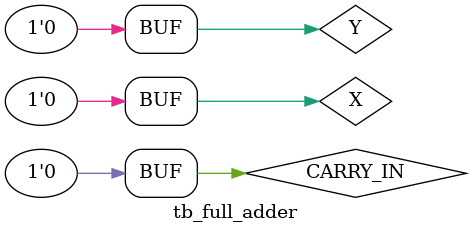
<source format=v>

`timescale 10ns/1ps

module tb_full_adder;

reg X,Y,CARRY_IN;
wire SUM, CARRY_OUT;

Full_Adder myfa (SUM, CARRY_OUT, X, Y, CARRY_IN);

initial begin
X = 1'b0; Y = 1'b0; CARRY_IN = 1'b0;
#1  X = 1'b0; Y = 1'b0; CARRY_IN = 1'b0;
#1  X = 1'b0; Y = 1'b1; CARRY_IN = 1'b1;
#1  X = 1'b1; Y = 1'b0; CARRY_IN = 1'b0;
#1  X = 1'b1; Y = 1'b1; CARRY_IN = 1'b0;
#1  X = 1'b1; Y = 1'b1; CARRY_IN = 1'b1;
#1  X = 1'b0; Y = 1'b1; CARRY_IN = 1'b1;
#1  X = 1'b0; Y = 1'b0; CARRY_IN = 1'b1;
#1  X = 1'b0; Y = 1'b0; CARRY_IN = 1'b0;
end

endmodule

</source>
